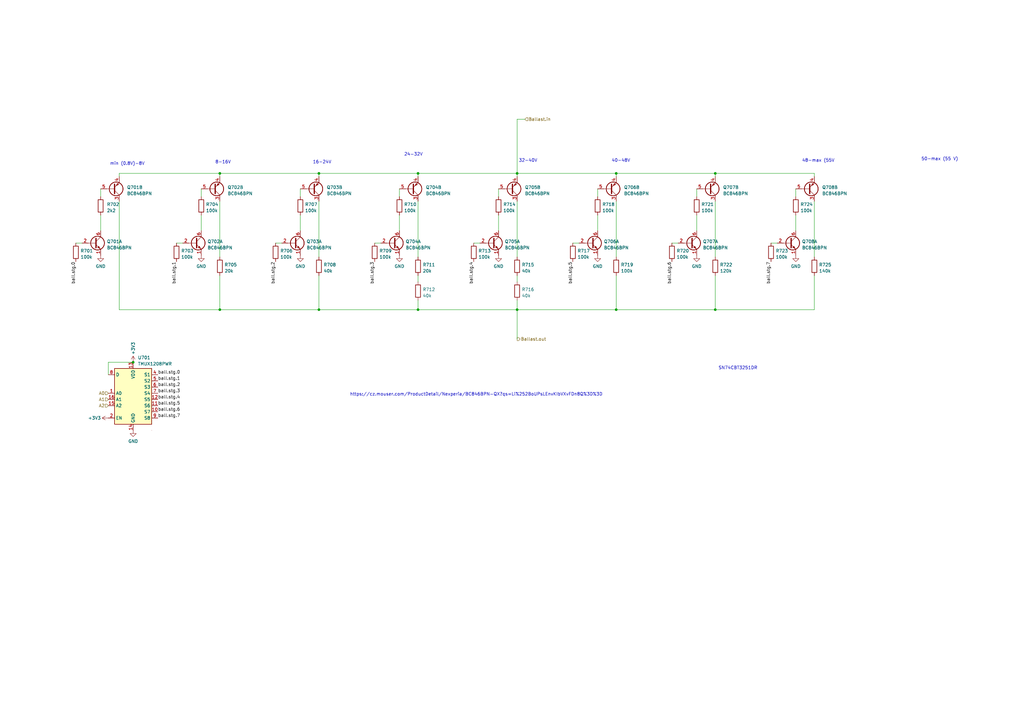
<source format=kicad_sch>
(kicad_sch (version 20231120) (generator "eeschema") (generator_version "8.0")
  (paper "A3")
  (title_block (title "Power supply - low level driver") (date "2024-06-28"))
  (lib_symbols
    (symbol "Device:R" (pin_numbers hide) (pin_names (offset 0))
      (property "Reference" "R" (at 2.032 0 90))
      (property "Value" "R" (at 0 0 90))
      (symbol "R_0_1"
        (rectangle (start -1.016 -2.54) (end 1.016 2.54) (stroke (width 0.254)))
      )
      (symbol "R_1_1"
        (pin passive line (at 0 3.81 270) (length 1.27) (name "~") (number "1"))
        (pin passive line (at 0 -3.81 90) (length 1.27) (name "~") (number "2"))
      )
    )
    (symbol "Lab_supply:TMUX1208PWR"
      (property "Reference" "U" (at 1.905 15.875 0))
      (property "Value" "TMUX1208PWR" (at 1.905 13.335 0))
      (symbol "TMUX1208PWR_0_1"
        (rectangle (start -7.62 11.43) (end 7.62 -11.43) (stroke (width 0.254)) (fill (type background)))
        (rectangle (start 7.62 -13.97) (end 7.62 -13.97))
      )
      (symbol "TMUX1208PWR_1_0"
        (pin no_connect line (at 3.175 -11.43 90) (length 2.54) hide (name "N.C.") (number "3"))
      )
      (symbol "TMUX1208PWR_1_1"
        (pin input line (at -10.16 1.27 0) (length 2.54) (name "A0") (number "1"))
        (pin bidirectional line (at 10.16 -6.35 180) (length 2.54) (name "S7") (number "10"))
        (pin bidirectional line (at 10.16 -3.81 180) (length 2.54) (name "S6") (number "11"))
        (pin bidirectional line (at 10.16 -1.27 180) (length 2.54) (name "S5") (number "12"))
        (pin power_in line (at 0 13.97 270) (length 2.54) (name "VDD") (number "13"))
        (pin power_in line (at 0 -13.97 90) (length 2.54) (name "GND") (number "14"))
        (pin input line (at -10.16 -3.81 0) (length 2.54) (name "A2") (number "15"))
        (pin input line (at -10.16 -1.27 0) (length 2.54) (name "A1") (number "16"))
        (pin input line (at -10.16 -8.89 0) (length 2.54) (name "EN") (number "2"))
        (pin bidirectional line (at 10.16 8.89 180) (length 2.54) (name "S1") (number "4"))
        (pin bidirectional line (at 10.16 6.35 180) (length 2.54) (name "S2") (number "5"))
        (pin bidirectional line (at 10.16 3.81 180) (length 2.54) (name "S3") (number "6"))
        (pin bidirectional line (at 10.16 1.27 180) (length 2.54) (name "S4") (number "7"))
        (pin bidirectional line (at -10.16 8.89 0) (length 2.54) (name "D") (number "8"))
        (pin bidirectional line (at 10.16 -8.89 180) (length 2.54) (name "S8") (number "9"))
      )
    )
    (symbol "Transistor_BJT:BC846BPN" (pin_names (offset 0) hide)
      (property "Reference" "Q" (at 5.08 1.27 0))
      (property "Value" "BC846BPN" (at 5.08 -1.27 0))
      (symbol "BC846BPN_0_1"
        (polyline (pts (xy 0.635 0) (xy -2.54 0)))
        (circle (center 1.27 0) (radius 2.8194) (stroke (width 0.254)))
        (circle (center 1.27 0) (radius 2.8194) (stroke (width 0.254)))
      )
      (symbol "BC846BPN_1_1"
        (polyline (pts (xy 0.635 0.635) (xy 2.54 2.54)))
        (polyline (pts (xy 0.635 -0.635) (xy 2.54 -2.54) (xy 2.54 -2.54)))
        (polyline (pts (xy 0.635 1.905) (xy 0.635 -1.905) (xy 0.635 -1.905)) (stroke (width 0.508)))
        (polyline (pts (xy 1.27 -1.778) (xy 1.778 -1.27) (xy 2.286 -2.286) (xy 1.27 -1.778) (xy 1.27 -1.778)) (fill (type outline)))
        (pin passive line (at 2.54 -5.08 90) (length 2.54) (name "E1") (number "1"))
        (pin input line (at -5.08 0 0) (length 2.54) (name "B1") (number "2"))
        (pin passive line (at 2.54 5.08 270) (length 2.54) (name "C1") (number "6"))
      )
      (symbol "BC846BPN_2_1"
        (polyline (pts (xy 0.635 0.635) (xy 2.54 2.54)))
        (polyline (pts (xy 0.635 -0.635) (xy 2.54 -2.54) (xy 2.54 -2.54)))
        (polyline (pts (xy 0.635 1.905) (xy 0.635 -1.905) (xy 0.635 -1.905)) (stroke (width 0.508)))
        (polyline (pts (xy 2.286 -1.778) (xy 1.778 -2.286) (xy 1.27 -1.27) (xy 2.286 -1.778) (xy 2.286 -1.778)) (fill (type outline)))
        (pin passive line (at 2.54 5.08 270) (length 2.54) (name "C2") (number "3"))
        (pin passive line (at 2.54 -5.08 90) (length 2.54) (name "E2") (number "4"))
        (pin input line (at -5.08 0 0) (length 2.54) (name "B2") (number "5"))
      )
    )
    (symbol "power:+3V3" (power) (pin_names (offset 0))
      (property "Value" "+3V3" (at 0 3.556 0))
      (symbol "+3V3_0_1"
        (polyline (pts (xy -0.762 1.27) (xy 0 2.54)))
        (polyline (pts (xy 0 0) (xy 0 2.54)))
        (polyline (pts (xy 0 2.54) (xy 0.762 1.27)))
      )
      (symbol "+3V3_1_1"
        (pin power_in line (at 0 0 90) (length 0) hide (name "+3V3") (number "1"))
      )
    )
    (symbol "power:GND" (power) (pin_names (offset 0))
      (property "Value" "GND" (at 0 -3.81 0))
      (symbol "GND_0_1"
        (polyline (pts (xy 0 0) (xy 0 -1.27) (xy 1.27 -1.27) (xy 0 -2.54) (xy -1.27 -1.27) (xy 0 -1.27)))
      )
      (symbol "GND_1_1"
        (pin power_in line (at 0 0 270) (length 0) hide (name "GND") (number "1"))
      )
    )
  )
  (junction (at 130.81 71.12))
  (junction (at 54.61 148.59))
  (junction (at 212.09 127))
  (junction (at 293.37 71.12))
  (junction (at 252.73 127))
  (junction (at 90.17 71.12))
  (junction (at 293.37 127))
  (junction (at 171.45 71.12))
  (junction (at 171.45 127))
  (junction (at 90.17 127))
  (junction (at 252.73 71.12))
  (junction (at 130.81 127))
  (junction (at 212.09 71.12))
  (wire (pts (xy 171.45 72.39) (xy 171.45 71.12)))
  (wire (pts (xy 194.31 99.695) (xy 196.85 99.695)))
  (wire (pts (xy 44.45 148.59) (xy 54.61 148.59)))
  (wire (pts (xy 334.01 82.55) (xy 334.01 105.41)))
  (wire (pts (xy 41.275 88.265) (xy 41.275 94.615)))
  (wire (pts (xy 48.895 71.12) (xy 90.17 71.12)))
  (wire (pts (xy 163.83 80.645) (xy 163.83 77.47)))
  (wire (pts (xy 113.03 99.695) (xy 115.57 99.695)))
  (wire (pts (xy 212.09 48.895) (xy 215.265 48.895)))
  (wire (pts (xy 48.895 127) (xy 90.17 127)))
  (wire (pts (xy 212.09 113.03) (xy 212.09 115.57)))
  (wire (pts (xy 275.59 99.695) (xy 278.13 99.695)))
  (wire (pts (xy 293.37 127) (xy 334.01 127)))
  (wire (pts (xy 252.73 71.12) (xy 293.37 71.12)))
  (wire (pts (xy 123.19 88.265) (xy 123.19 94.615)))
  (wire (pts (xy 212.09 82.55) (xy 212.09 105.41)))
  (wire (pts (xy 171.45 113.03) (xy 171.45 115.57)))
  (wire (pts (xy 212.09 72.39) (xy 212.09 71.12)))
  (wire (pts (xy 171.45 82.55) (xy 171.45 105.41)))
  (wire (pts (xy 212.09 127) (xy 252.73 127)))
  (wire (pts (xy 82.55 80.645) (xy 82.55 77.47)))
  (wire (pts (xy 72.39 99.695) (xy 74.93 99.695)))
  (wire (pts (xy 245.11 88.265) (xy 245.11 94.615)))
  (wire (pts (xy 334.01 72.39) (xy 334.01 71.12)))
  (wire (pts (xy 285.75 88.265) (xy 285.75 94.615)))
  (wire (pts (xy 334.01 113.03) (xy 334.01 127)))
  (wire (pts (xy 130.81 72.39) (xy 130.81 71.12)))
  (wire (pts (xy 326.39 88.265) (xy 326.39 94.615)))
  (wire (pts (xy 293.37 82.55) (xy 293.37 105.41)))
  (wire (pts (xy 90.17 72.39) (xy 90.17 71.12)))
  (wire (pts (xy 48.895 72.39) (xy 48.895 71.12)))
  (wire (pts (xy 48.895 82.55) (xy 48.895 127)))
  (wire (pts (xy 285.75 80.645) (xy 285.75 77.47)))
  (wire (pts (xy 31.115 99.695) (xy 33.655 99.695)))
  (wire (pts (xy 293.37 72.39) (xy 293.37 71.12)))
  (wire (pts (xy 41.275 80.645) (xy 41.275 77.47)))
  (wire (pts (xy 44.45 153.67) (xy 44.45 148.59)))
  (wire (pts (xy 171.45 71.12) (xy 212.09 71.12)))
  (wire (pts (xy 212.09 127) (xy 212.09 139.065)))
  (wire (pts (xy 234.95 99.695) (xy 237.49 99.695)))
  (wire (pts (xy 212.09 71.12) (xy 252.73 71.12)))
  (wire (pts (xy 171.45 127) (xy 212.09 127)))
  (wire (pts (xy 123.19 80.645) (xy 123.19 77.47)))
  (wire (pts (xy 130.81 71.12) (xy 171.45 71.12)))
  (wire (pts (xy 252.73 127) (xy 293.37 127)))
  (wire (pts (xy 293.37 71.12) (xy 334.01 71.12)))
  (wire (pts (xy 326.39 80.645) (xy 326.39 77.47)))
  (wire (pts (xy 153.67 99.695) (xy 156.21 99.695)))
  (wire (pts (xy 293.37 113.03) (xy 293.37 127)))
  (wire (pts (xy 90.17 113.03) (xy 90.17 127)))
  (wire (pts (xy 90.17 127) (xy 130.81 127)))
  (wire (pts (xy 204.47 88.265) (xy 204.47 94.615)))
  (wire (pts (xy 252.73 82.55) (xy 252.73 105.41)))
  (wire (pts (xy 212.09 71.12) (xy 212.09 48.895)))
  (wire (pts (xy 82.55 88.265) (xy 82.55 94.615)))
  (wire (pts (xy 90.17 82.55) (xy 90.17 105.41)))
  (wire (pts (xy 171.45 123.19) (xy 171.45 127)))
  (wire (pts (xy 163.83 88.265) (xy 163.83 94.615)))
  (wire (pts (xy 130.81 82.55) (xy 130.81 105.41)))
  (wire (pts (xy 252.73 113.03) (xy 252.73 127)))
  (wire (pts (xy 252.73 71.12) (xy 252.73 72.39)))
  (wire (pts (xy 204.47 80.645) (xy 204.47 77.47)))
  (wire (pts (xy 90.17 71.12) (xy 130.81 71.12)))
  (wire (pts (xy 245.11 80.645) (xy 245.11 77.47)))
  (wire (pts (xy 212.09 123.19) (xy 212.09 127)))
  (wire (pts (xy 130.81 113.03) (xy 130.81 127)))
  (wire (pts (xy 130.81 127) (xy 171.45 127)))
  (wire (pts (xy 316.23 99.695) (xy 318.77 99.695)))
  (text "min (0.8V)-8V" (at 45.085 67.945 0) (effects (font (size 1.27 1.27)) (justify left bottom)))
  (text "SN74CBT3251DR" (at 294.64 151.765 0) (effects (font (size 1.27 1.27)) (justify left bottom)))
  (text "https://cz.mouser.com/ProductDetail/Nexperia/BC846BPN-QX?qs=Li%252BoUPsLEnvKIbVXvFDn8Q%3D%3D" (at 143.51 162.56 0) (effects (font (size 1.27 1.27)) (justify left bottom)))
  (text "48-max (55V" (at 328.93 66.675 0) (effects (font (size 1.27 1.27)) (justify left bottom)))
  (text "24-32V" (at 165.735 64.135 0) (effects (font (size 1.27 1.27)) (justify left bottom)))
  (text "40-48V" (at 250.825 66.675 0) (effects (font (size 1.27 1.27)) (justify left bottom)))
  (text "32-40V" (at 212.725 66.675 0) (effects (font (size 1.27 1.27)) (justify left bottom)))
  (text "8-16V" (at 88.265 67.31 0) (effects (font (size 1.27 1.27)) (justify left bottom)))
  (text "16-24V" (at 128.27 67.31 0) (effects (font (size 1.27 1.27)) (justify left bottom)))
  (text "50-max (55 V)" (at 377.825 66.04 0) (effects (font (size 1.27 1.27)) (justify left bottom)))
  (label "ball.stg.3" (at 64.77 161.29 0))
  (label "ball.stg.0" (at 31.115 107.315 270))
  (label "ball.stg.7" (at 64.77 171.45 0))
  (label "ball.stg.5" (at 234.95 107.315 270))
  (label "ball.stg.5" (at 64.77 166.37 0))
  (label "ball.stg.6" (at 64.77 168.91 0))
  (label "ball.stg.4" (at 194.31 107.315 270))
  (label "ball.stg.0" (at 64.77 153.67 0))
  (label "ball.stg.7" (at 316.23 107.315 270))
  (label "ball.stg.2" (at 64.77 158.75 0))
  (label "ball.stg.1" (at 72.39 107.315 270))
  (label "ball.stg.6" (at 275.59 107.315 270))
  (label "ball.stg.4" (at 64.77 163.83 0))
  (label "ball.stg.3" (at 153.67 107.315 270))
  (label "ball.stg.2" (at 113.03 107.315 270))
  (label "ball.stg.1" (at 64.77 156.21 0))
  (hierarchical_label "Ballast.out" (shape output) (at 212.09 139.065 0))
  (hierarchical_label "A0" (shape input) (at 44.45 161.29 180))
  (hierarchical_label "Ballast.in" (shape input) (at 215.265 48.895 0))
  (hierarchical_label "A2" (shape input) (at 44.45 166.37 180))
  (hierarchical_label "A1" (shape input) (at 44.45 163.83 180))
  (symbol (lib_id "power:GND") (at 326.39 104.775 0) (unit 1)
    (property "Reference" "#PWR0711" (effects (hide yes)))
    (property "Value" "GND" (at 326.39 109.22 0))
  )
  (symbol (lib_id "power:GND") (at 41.275 104.775 0) (unit 1)
    (property "Reference" "#PWR0701" (effects (hide yes)))
    (property "Value" "GND" (at 41.275 109.22 0))
  )
  (symbol (lib_id "power:GND") (at 82.55 104.775 0) (unit 1)
    (property "Reference" "#PWR0705" (effects (hide yes)))
    (property "Value" "GND" (at 82.55 109.22 0))
  )
  (symbol (lib_id "Lab_supply:TMUX1208PWR") (at 54.61 162.56 0) (unit 1)
    (property "Reference" "U701" (at 56.515 146.685 0) (effects (justify left)))
    (property "Value" "TMUX1208PWR" (at 56.515 149.225 0) (effects (justify left)))
    (property "Footprint" "Package_SO:TSSOP-16_4.4x5mm_P0.65mm" (effects (hide yes)))
    (property "Datasheet" "https://www.ti.com/lit/ds/symlink/tmux1208.pdf?ts=1706598856533&ref_url=https%253A%252F%252Fwww.mouser.at%252F" (effects (hide yes)))
  )
  (symbol (lib_id "Transistor_BJT:BC846BPN") (at 331.47 77.47 0) (mirror x) (unit 2)
    (property "Reference" "Q708" (at 337.185 76.835 0) (effects (justify left)))
    (property "Value" "BC846BPN" (at 337.185 79.375 0) (effects (justify left)))
    (property "Footprint" "Package_TO_SOT_SMD:SOT-363_SC-70-6" (effects (hide yes)))
    (property "Datasheet" "https://assets.nexperia.com/documents/data-sheet/BC846BPN.pdf" (effects (hide yes)))
  )
  (symbol (lib_id "power:GND") (at 204.47 104.775 0) (unit 1)
    (property "Reference" "#PWR0708" (effects (hide yes)))
    (property "Value" "GND" (at 204.47 109.22 0))
  )
  (symbol (lib_id "Device:R") (at 41.275 84.455 0) (unit 1)
    (property "Reference" "R702" (at 43.815 83.82 0) (effects (justify left)))
    (property "Value" "2k2" (at 43.815 86.36 0) (effects (justify left)))
  )
  (symbol (lib_id "Transistor_BJT:BC846BPN") (at 80.01 99.695 0) (unit 1)
    (property "Reference" "Q702" (at 85.09 99.06 0) (effects (justify left)))
    (property "Value" "BC846BPN" (at 85.09 101.6 0) (effects (justify left)))
    (property "Footprint" "Package_TO_SOT_SMD:SOT-363_SC-70-6" (effects (hide yes)))
    (property "Datasheet" "https://assets.nexperia.com/documents/data-sheet/BC846BPN.pdf" (effects (hide yes)))
  )
  (symbol (lib_id "Device:R") (at 153.67 103.505 0) (unit 1)
    (property "Reference" "R709" (at 155.575 102.87 0) (effects (justify left)))
    (property "Value" "100k" (at 155.575 105.41 0) (effects (justify left)))
  )
  (symbol (lib_id "Device:R") (at 245.11 84.455 0) (unit 1)
    (property "Reference" "R718" (at 247.015 83.82 0) (effects (justify left)))
    (property "Value" "100k" (at 247.015 86.36 0) (effects (justify left)))
  )
  (symbol (lib_id "Transistor_BJT:BC846BPN") (at 201.93 99.695 0) (unit 1)
    (property "Reference" "Q705" (at 207.01 99.06 0) (effects (justify left)))
    (property "Value" "BC846BPN" (at 207.01 101.6 0) (effects (justify left)))
    (property "Footprint" "Package_TO_SOT_SMD:SOT-363_SC-70-6" (effects (hide yes)))
    (property "Datasheet" "https://assets.nexperia.com/documents/data-sheet/BC846BPN.pdf" (effects (hide yes)))
  )
  (symbol (lib_id "Device:R") (at 163.83 84.455 0) (unit 1)
    (property "Reference" "R710" (at 165.735 83.82 0) (effects (justify left)))
    (property "Value" "100k" (at 165.735 86.36 0) (effects (justify left)))
  )
  (symbol (lib_id "Device:R") (at 212.09 119.38 0) (unit 1)
    (property "Reference" "R716" (at 213.995 118.745 0) (effects (justify left)))
    (property "Value" "40k" (at 213.995 121.285 0) (effects (justify left)))
  )
  (symbol (lib_id "power:GND") (at 285.75 104.775 0) (unit 1)
    (property "Reference" "#PWR0710" (effects (hide yes)))
    (property "Value" "GND" (at 285.75 109.22 0))
  )
  (symbol (lib_id "Transistor_BJT:BC846BPN") (at 161.29 99.695 0) (unit 1)
    (property "Reference" "Q704" (at 166.37 99.06 0) (effects (justify left)))
    (property "Value" "BC846BPN" (at 166.37 101.6 0) (effects (justify left)))
    (property "Footprint" "Package_TO_SOT_SMD:SOT-363_SC-70-6" (effects (hide yes)))
    (property "Datasheet" "https://assets.nexperia.com/documents/data-sheet/BC846BPN.pdf" (effects (hide yes)))
  )
  (symbol (lib_id "Device:R") (at 113.03 103.505 0) (unit 1)
    (property "Reference" "R706" (at 114.935 102.87 0) (effects (justify left)))
    (property "Value" "100k" (at 114.935 105.41 0) (effects (justify left)))
  )
  (symbol (lib_id "Device:R") (at 130.81 109.22 0) (unit 1)
    (property "Reference" "R708" (at 132.715 108.585 0) (effects (justify left)))
    (property "Value" "40k" (at 132.715 111.125 0) (effects (justify left)))
  )
  (symbol (lib_id "Device:R") (at 194.31 103.505 0) (unit 1)
    (property "Reference" "R713" (at 196.215 102.87 0) (effects (justify left)))
    (property "Value" "100k" (at 196.215 105.41 0) (effects (justify left)))
  )
  (symbol (lib_id "Device:R") (at 293.37 109.22 0) (unit 1)
    (property "Reference" "R722" (at 295.275 108.585 0) (effects (justify left)))
    (property "Value" "120k" (at 295.275 111.125 0) (effects (justify left)))
  )
  (symbol (lib_id "Transistor_BJT:BC846BPN") (at 87.63 77.47 0) (mirror x) (unit 2)
    (property "Reference" "Q702" (at 93.345 76.835 0) (effects (justify left)))
    (property "Value" "BC846BPN" (at 93.345 79.375 0) (effects (justify left)))
    (property "Footprint" "Package_TO_SOT_SMD:SOT-363_SC-70-6" (effects (hide yes)))
    (property "Datasheet" "https://assets.nexperia.com/documents/data-sheet/BC846BPN.pdf" (effects (hide yes)))
  )
  (symbol (lib_id "Device:R") (at 171.45 119.38 0) (unit 1)
    (property "Reference" "R712" (at 173.355 118.745 0) (effects (justify left)))
    (property "Value" "40k" (at 173.355 121.285 0) (effects (justify left)))
  )
  (symbol (lib_id "Device:R") (at 123.19 84.455 0) (unit 1)
    (property "Reference" "R707" (at 125.095 83.82 0) (effects (justify left)))
    (property "Value" "100k" (at 125.095 86.36 0) (effects (justify left)))
  )
  (symbol (lib_id "power:GND") (at 123.19 104.775 0) (unit 1)
    (property "Reference" "#PWR0706" (effects (hide yes)))
    (property "Value" "GND" (at 123.19 109.22 0))
  )
  (symbol (lib_id "Transistor_BJT:BC846BPN") (at 38.735 99.695 0) (unit 1)
    (property "Reference" "Q701" (at 43.815 99.06 0) (effects (justify left)))
    (property "Value" "BC846BPN" (at 43.815 101.6 0) (effects (justify left)))
    (property "Footprint" "Package_TO_SOT_SMD:SOT-363_SC-70-6" (effects (hide yes)))
    (property "Datasheet" "https://assets.nexperia.com/documents/data-sheet/BC846BPN.pdf" (effects (hide yes)))
  )
  (symbol (lib_id "power:GND") (at 245.11 104.775 0) (unit 1)
    (property "Reference" "#PWR0709" (effects (hide yes)))
    (property "Value" "GND" (at 245.11 109.22 0))
  )
  (symbol (lib_id "Device:R") (at 234.95 103.505 0) (unit 1)
    (property "Reference" "R717" (at 236.855 102.87 0) (effects (justify left)))
    (property "Value" "100k" (at 236.855 105.41 0) (effects (justify left)))
  )
  (symbol (lib_id "Transistor_BJT:BC846BPN") (at 290.83 77.47 0) (mirror x) (unit 2)
    (property "Reference" "Q707" (at 296.545 76.835 0) (effects (justify left)))
    (property "Value" "BC846BPN" (at 296.545 79.375 0) (effects (justify left)))
    (property "Footprint" "Package_TO_SOT_SMD:SOT-363_SC-70-6" (effects (hide yes)))
    (property "Datasheet" "https://assets.nexperia.com/documents/data-sheet/BC846BPN.pdf" (effects (hide yes)))
  )
  (symbol (lib_id "Device:R") (at 252.73 109.22 0) (unit 1)
    (property "Reference" "R719" (at 254.635 108.585 0) (effects (justify left)))
    (property "Value" "100k" (at 254.635 111.125 0) (effects (justify left)))
  )
  (symbol (lib_id "Transistor_BJT:BC846BPN") (at 168.91 77.47 0) (mirror x) (unit 2)
    (property "Reference" "Q704" (at 174.625 76.835 0) (effects (justify left)))
    (property "Value" "BC846BPN" (at 174.625 79.375 0) (effects (justify left)))
    (property "Footprint" "Package_TO_SOT_SMD:SOT-363_SC-70-6" (effects (hide yes)))
    (property "Datasheet" "https://assets.nexperia.com/documents/data-sheet/BC846BPN.pdf" (effects (hide yes)))
  )
  (symbol (lib_id "Device:R") (at 326.39 84.455 0) (unit 1)
    (property "Reference" "R724" (at 328.295 83.82 0) (effects (justify left)))
    (property "Value" "100k" (at 328.295 86.36 0) (effects (justify left)))
  )
  (symbol (lib_id "Device:R") (at 204.47 84.455 0) (unit 1)
    (property "Reference" "R714" (at 206.375 83.82 0) (effects (justify left)))
    (property "Value" "100k" (at 206.375 86.36 0) (effects (justify left)))
  )
  (symbol (lib_id "power:+3V3") (at 44.45 171.45 90) (unit 1)
    (property "Reference" "#PWR0702" (effects (hide yes)))
    (property "Value" "+3V3" (at 38.735 171.45 90))
  )
  (symbol (lib_id "Device:R") (at 285.75 84.455 0) (unit 1)
    (property "Reference" "R721" (at 287.655 83.82 0) (effects (justify left)))
    (property "Value" "100k" (at 287.655 86.36 0) (effects (justify left)))
  )
  (symbol (lib_id "Device:R") (at 171.45 109.22 0) (unit 1)
    (property "Reference" "R711" (at 173.355 108.585 0) (effects (justify left)))
    (property "Value" "20k" (at 173.355 111.125 0) (effects (justify left)))
  )
  (symbol (lib_id "Transistor_BJT:BC846BPN") (at 283.21 99.695 0) (unit 1)
    (property "Reference" "Q707" (at 288.29 99.06 0) (effects (justify left)))
    (property "Value" "BC846BPN" (at 288.29 101.6 0) (effects (justify left)))
    (property "Footprint" "Package_TO_SOT_SMD:SOT-363_SC-70-6" (effects (hide yes)))
    (property "Datasheet" "https://assets.nexperia.com/documents/data-sheet/BC846BPN.pdf" (effects (hide yes)))
  )
  (symbol (lib_id "Transistor_BJT:BC846BPN") (at 250.19 77.47 0) (mirror x) (unit 2)
    (property "Reference" "Q706" (at 255.905 76.835 0) (effects (justify left)))
    (property "Value" "BC846BPN" (at 255.905 79.375 0) (effects (justify left)))
    (property "Footprint" "Package_TO_SOT_SMD:SOT-363_SC-70-6" (effects (hide yes)))
    (property "Datasheet" "https://assets.nexperia.com/documents/data-sheet/BC846BPN.pdf" (effects (hide yes)))
  )
  (symbol (lib_id "Transistor_BJT:BC846BPN") (at 242.57 99.695 0) (unit 1)
    (property "Reference" "Q706" (at 247.65 99.06 0) (effects (justify left)))
    (property "Value" "BC846BPN" (at 247.65 101.6 0) (effects (justify left)))
    (property "Footprint" "Package_TO_SOT_SMD:SOT-363_SC-70-6" (effects (hide yes)))
    (property "Datasheet" "https://assets.nexperia.com/documents/data-sheet/BC846BPN.pdf" (effects (hide yes)))
  )
  (symbol (lib_id "Device:R") (at 275.59 103.505 0) (unit 1)
    (property "Reference" "R720" (at 277.495 102.87 0) (effects (justify left)))
    (property "Value" "100k" (at 277.495 105.41 0) (effects (justify left)))
  )
  (symbol (lib_id "Device:R") (at 72.39 103.505 0) (unit 1)
    (property "Reference" "R703" (at 74.295 102.87 0) (effects (justify left)))
    (property "Value" "100k" (at 74.295 105.41 0) (effects (justify left)))
  )
  (symbol (lib_id "Transistor_BJT:BC846BPN") (at 209.55 77.47 0) (mirror x) (unit 2)
    (property "Reference" "Q705" (at 215.265 76.835 0) (effects (justify left)))
    (property "Value" "BC846BPN" (at 215.265 79.375 0) (effects (justify left)))
    (property "Footprint" "Package_TO_SOT_SMD:SOT-363_SC-70-6" (effects (hide yes)))
    (property "Datasheet" "https://assets.nexperia.com/documents/data-sheet/BC846BPN.pdf" (effects (hide yes)))
  )
  (symbol (lib_id "Device:R") (at 316.23 103.505 0) (unit 1)
    (property "Reference" "R723" (at 318.135 102.87 0) (effects (justify left)))
    (property "Value" "100k" (at 318.135 105.41 0) (effects (justify left)))
  )
  (symbol (lib_id "power:GND") (at 163.83 104.775 0) (unit 1)
    (property "Reference" "#PWR0707" (effects (hide yes)))
    (property "Value" "GND" (at 163.83 109.22 0))
  )
  (symbol (lib_id "power:GND") (at 54.61 176.53 0) (unit 1)
    (property "Reference" "#PWR0704" (effects (hide yes)))
    (property "Value" "GND" (at 54.61 180.975 0))
  )
  (symbol (lib_id "Transistor_BJT:BC846BPN") (at 120.65 99.695 0) (unit 1)
    (property "Reference" "Q703" (at 125.73 99.06 0) (effects (justify left)))
    (property "Value" "BC846BPN" (at 125.73 101.6 0) (effects (justify left)))
    (property "Footprint" "Package_TO_SOT_SMD:SOT-363_SC-70-6" (effects (hide yes)))
    (property "Datasheet" "https://assets.nexperia.com/documents/data-sheet/BC846BPN.pdf" (effects (hide yes)))
  )
  (symbol (lib_id "Device:R") (at 82.55 84.455 0) (unit 1)
    (property "Reference" "R704" (at 84.455 83.82 0) (effects (justify left)))
    (property "Value" "100k" (at 84.455 86.36 0) (effects (justify left)))
  )
  (symbol (lib_id "Device:R") (at 212.09 109.22 0) (unit 1)
    (property "Reference" "R715" (at 213.995 108.585 0) (effects (justify left)))
    (property "Value" "40k" (at 213.995 111.125 0) (effects (justify left)))
  )
  (symbol (lib_id "Device:R") (at 31.115 103.505 0) (unit 1)
    (property "Reference" "R701" (at 33.02 102.87 0) (effects (justify left)))
    (property "Value" "100k" (at 33.02 105.41 0) (effects (justify left)))
  )
  (symbol (lib_id "Device:R") (at 90.17 109.22 0) (unit 1)
    (property "Reference" "R705" (at 92.075 108.585 0) (effects (justify left)))
    (property "Value" "20k" (at 92.075 111.125 0) (effects (justify left)))
  )
  (symbol (lib_id "Transistor_BJT:BC846BPN") (at 128.27 77.47 0) (mirror x) (unit 2)
    (property "Reference" "Q703" (at 133.985 76.835 0) (effects (justify left)))
    (property "Value" "BC846BPN" (at 133.985 79.375 0) (effects (justify left)))
    (property "Footprint" "Package_TO_SOT_SMD:SOT-363_SC-70-6" (effects (hide yes)))
    (property "Datasheet" "https://assets.nexperia.com/documents/data-sheet/BC846BPN.pdf" (effects (hide yes)))
  )
  (symbol (lib_id "Device:R") (at 334.01 109.22 0) (unit 1)
    (property "Reference" "R725" (at 335.915 108.585 0) (effects (justify left)))
    (property "Value" "140k" (at 335.915 111.125 0) (effects (justify left)))
  )
  (symbol (lib_id "power:+3V3") (at 54.61 148.59 0) (unit 1)
    (property "Reference" "#PWR0703" (effects (hide yes)))
    (property "Value" "+3V3" (at 54.61 142.875 90))
  )
  (symbol (lib_id "Transistor_BJT:BC846BPN") (at 46.355 77.47 0) (mirror x) (unit 2)
    (property "Reference" "Q701" (at 52.07 76.835 0) (effects (justify left)))
    (property "Value" "BC846BPN" (at 52.07 79.375 0) (effects (justify left)))
    (property "Footprint" "Package_TO_SOT_SMD:SOT-363_SC-70-6" (effects (hide yes)))
    (property "Datasheet" "https://assets.nexperia.com/documents/data-sheet/BC846BPN.pdf" (effects (hide yes)))
  )
  (symbol (lib_id "Transistor_BJT:BC846BPN") (at 323.85 99.695 0) (unit 1)
    (property "Reference" "Q708" (at 328.93 99.06 0) (effects (justify left)))
    (property "Value" "BC846BPN" (at 328.93 101.6 0) (effects (justify left)))
    (property "Footprint" "Package_TO_SOT_SMD:SOT-363_SC-70-6" (effects (hide yes)))
    (property "Datasheet" "https://assets.nexperia.com/documents/data-sheet/BC846BPN.pdf" (effects (hide yes)))
  )
)
</source>
